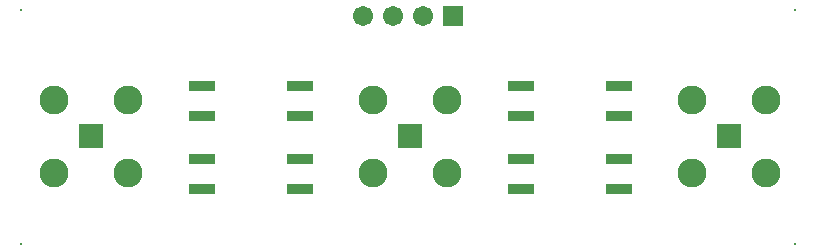
<source format=gts>
G04*
G04 #@! TF.GenerationSoftware,Altium Limited,Altium Designer,21.9.2 (33)*
G04*
G04 Layer_Color=8388736*
%FSLAX25Y25*%
%MOIN*%
G70*
G04*
G04 #@! TF.SameCoordinates,BA86B5FE-6ADB-4B19-9B50-1FBFE32A4508*
G04*
G04*
G04 #@! TF.FilePolarity,Negative*
G04*
G01*
G75*
%ADD14R,0.08674X0.03595*%
%ADD15R,0.08477X0.08477*%
%ADD16C,0.09658*%
%ADD17C,0.00900*%
%ADD18C,0.06706*%
%ADD19R,0.06706X0.06706*%
D14*
X68307Y60551D02*
D03*
X100984D02*
D03*
X68307Y50551D02*
D03*
X100984D02*
D03*
X207283Y26283D02*
D03*
X174606D02*
D03*
X207283Y36283D02*
D03*
X174606D02*
D03*
Y60551D02*
D03*
X207283D02*
D03*
X174606Y50551D02*
D03*
X207283D02*
D03*
X100984Y26283D02*
D03*
X68307D02*
D03*
X100984Y36283D02*
D03*
X68307D02*
D03*
D15*
X137795Y43740D02*
D03*
X244094D02*
D03*
X31496D02*
D03*
D16*
X125492Y31437D02*
D03*
X150098D02*
D03*
Y56043D02*
D03*
X125492D02*
D03*
X231791Y31437D02*
D03*
X256398D02*
D03*
Y56043D02*
D03*
X231791D02*
D03*
X19193Y31437D02*
D03*
X43799D02*
D03*
Y56043D02*
D03*
X19193D02*
D03*
D17*
X8000Y8000D02*
D03*
X266000D02*
D03*
Y86000D02*
D03*
X8000D02*
D03*
D18*
X122000Y84000D02*
D03*
X132000D02*
D03*
X142000D02*
D03*
D19*
X152000D02*
D03*
M02*

</source>
